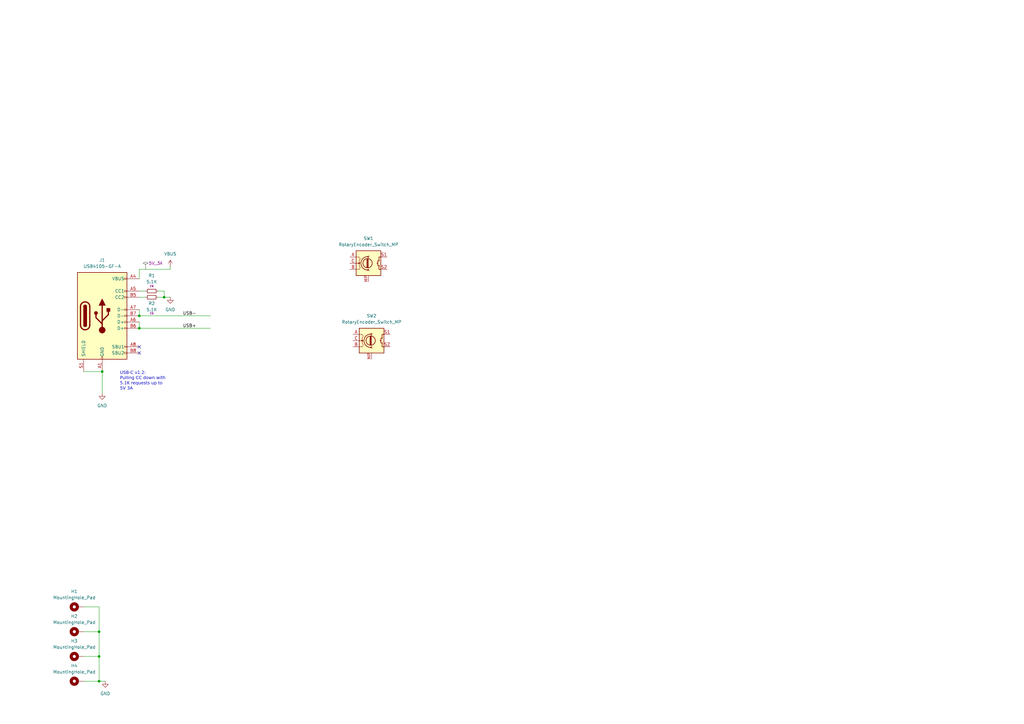
<source format=kicad_sch>
(kicad_sch
	(version 20231120)
	(generator "eeschema")
	(generator_version "8.0")
	(uuid "e7c24600-e1d4-4e1e-8b2a-6e1d00e73a4d")
	(paper "A3")
	(title_block
		(title "TitleSheet")
		(date "2024-11-09")
		(rev "v1.0")
		(comment 1 "A. Collins")
		(comment 2 "A.N. Approver")
		(comment 3 "DRAFT")
		(comment 4 "EN")
	)
	(lib_symbols
		(symbol "AC-kicad-library:RotaryEncoder_Switch_PEC11R-4220F-S0024"
			(pin_names
				(offset 0.254) hide)
			(exclude_from_sim no)
			(in_bom yes)
			(on_board yes)
			(property "Reference" "SW"
				(at 0 8.89 0)
				(effects
					(font
						(size 1.27 1.27)
					)
				)
			)
			(property "Value" "RotaryEncoder_Switch_MP"
				(at 0 6.35 0)
				(effects
					(font
						(size 1.27 1.27)
					)
				)
			)
			(property "Footprint" "AC-kicad-library:RotaryEncoder_Bourns_PEC11R-4220F-S0024_Vertical_H20mm_CircularMountingHoles"
				(at -3.81 4.064 0)
				(effects
					(font
						(size 1.27 1.27)
					)
					(hide yes)
				)
			)
			(property "Datasheet" "https://www.lcsc.com/datasheet/lcsc_datasheet_2410010303_BOURNS-PEC11R-4220F-S0024_C143797.pdf"
				(at 0 -12.7 0)
				(effects
					(font
						(size 1.27 1.27)
					)
					(hide yes)
				)
			)
			(property "Description" "Rotary encoder, dual channel, incremental quadrate outputs, with switch and MP Pin"
				(at 0 -15.24 0)
				(effects
					(font
						(size 1.27 1.27)
					)
					(hide yes)
				)
			)
			(property "ki_keywords" "rotary switch encoder switch push button"
				(at 0 0 0)
				(effects
					(font
						(size 1.27 1.27)
					)
					(hide yes)
				)
			)
			(property "ki_fp_filters" "RotaryEncoder*Switch*"
				(at 0 0 0)
				(effects
					(font
						(size 1.27 1.27)
					)
					(hide yes)
				)
			)
			(symbol "RotaryEncoder_Switch_PEC11R-4220F-S0024_0_1"
				(rectangle
					(start -5.08 5.08)
					(end 5.08 -5.08)
					(stroke
						(width 0.254)
						(type default)
					)
					(fill
						(type background)
					)
				)
				(circle
					(center -3.81 0)
					(radius 0.254)
					(stroke
						(width 0)
						(type default)
					)
					(fill
						(type outline)
					)
				)
				(circle
					(center -0.381 0)
					(radius 1.905)
					(stroke
						(width 0.254)
						(type default)
					)
					(fill
						(type none)
					)
				)
				(arc
					(start -0.381 2.667)
					(mid -3.0988 -0.0635)
					(end -0.381 -2.794)
					(stroke
						(width 0.254)
						(type default)
					)
					(fill
						(type none)
					)
				)
				(polyline
					(pts
						(xy -0.635 -1.778) (xy -0.635 1.778)
					)
					(stroke
						(width 0.254)
						(type default)
					)
					(fill
						(type none)
					)
				)
				(polyline
					(pts
						(xy -0.381 -1.778) (xy -0.381 1.778)
					)
					(stroke
						(width 0.254)
						(type default)
					)
					(fill
						(type none)
					)
				)
				(polyline
					(pts
						(xy -0.127 1.778) (xy -0.127 -1.778)
					)
					(stroke
						(width 0.254)
						(type default)
					)
					(fill
						(type none)
					)
				)
				(polyline
					(pts
						(xy 3.81 0) (xy 3.429 0)
					)
					(stroke
						(width 0.254)
						(type default)
					)
					(fill
						(type none)
					)
				)
				(polyline
					(pts
						(xy 3.81 1.016) (xy 3.81 -1.016)
					)
					(stroke
						(width 0.254)
						(type default)
					)
					(fill
						(type none)
					)
				)
				(polyline
					(pts
						(xy -5.08 -2.54) (xy -3.81 -2.54) (xy -3.81 -2.032)
					)
					(stroke
						(width 0)
						(type default)
					)
					(fill
						(type none)
					)
				)
				(polyline
					(pts
						(xy -5.08 2.54) (xy -3.81 2.54) (xy -3.81 2.032)
					)
					(stroke
						(width 0)
						(type default)
					)
					(fill
						(type none)
					)
				)
				(polyline
					(pts
						(xy 0.254 -3.048) (xy -0.508 -2.794) (xy 0.127 -2.413)
					)
					(stroke
						(width 0.254)
						(type default)
					)
					(fill
						(type none)
					)
				)
				(polyline
					(pts
						(xy 0.254 2.921) (xy -0.508 2.667) (xy 0.127 2.286)
					)
					(stroke
						(width 0.254)
						(type default)
					)
					(fill
						(type none)
					)
				)
				(polyline
					(pts
						(xy 5.08 -2.54) (xy 4.318 -2.54) (xy 4.318 -1.016)
					)
					(stroke
						(width 0.254)
						(type default)
					)
					(fill
						(type none)
					)
				)
				(polyline
					(pts
						(xy 5.08 2.54) (xy 4.318 2.54) (xy 4.318 1.016)
					)
					(stroke
						(width 0.254)
						(type default)
					)
					(fill
						(type none)
					)
				)
				(polyline
					(pts
						(xy -5.08 0) (xy -3.81 0) (xy -3.81 -1.016) (xy -3.302 -2.032)
					)
					(stroke
						(width 0)
						(type default)
					)
					(fill
						(type none)
					)
				)
				(polyline
					(pts
						(xy -4.318 0) (xy -3.81 0) (xy -3.81 1.016) (xy -3.302 2.032)
					)
					(stroke
						(width 0)
						(type default)
					)
					(fill
						(type none)
					)
				)
				(circle
					(center 4.318 -1.016)
					(radius 0.127)
					(stroke
						(width 0.254)
						(type default)
					)
					(fill
						(type none)
					)
				)
				(circle
					(center 4.318 1.016)
					(radius 0.127)
					(stroke
						(width 0.254)
						(type default)
					)
					(fill
						(type none)
					)
				)
			)
			(symbol "RotaryEncoder_Switch_PEC11R-4220F-S0024_1_1"
				(pin passive line
					(at -7.62 2.54 0)
					(length 2.54)
					(name "A"
						(effects
							(font
								(size 1.27 1.27)
							)
						)
					)
					(number "A"
						(effects
							(font
								(size 1.27 1.27)
							)
						)
					)
				)
				(pin passive line
					(at -7.62 -2.54 0)
					(length 2.54)
					(name "B"
						(effects
							(font
								(size 1.27 1.27)
							)
						)
					)
					(number "B"
						(effects
							(font
								(size 1.27 1.27)
							)
						)
					)
				)
				(pin passive line
					(at -7.62 0 0)
					(length 2.54)
					(name "C"
						(effects
							(font
								(size 1.27 1.27)
							)
						)
					)
					(number "C"
						(effects
							(font
								(size 1.27 1.27)
							)
						)
					)
				)
				(pin passive line
					(at 0 -7.62 90)
					(length 2.54)
					(name "MP"
						(effects
							(font
								(size 1.27 1.27)
							)
						)
					)
					(number "MP"
						(effects
							(font
								(size 1.27 1.27)
							)
						)
					)
				)
				(pin passive line
					(at 7.62 2.54 180)
					(length 2.54)
					(name "S1"
						(effects
							(font
								(size 1.27 1.27)
							)
						)
					)
					(number "S1"
						(effects
							(font
								(size 1.27 1.27)
							)
						)
					)
				)
				(pin passive line
					(at 7.62 -2.54 180)
					(length 2.54)
					(name "S2"
						(effects
							(font
								(size 1.27 1.27)
							)
						)
					)
					(number "S2"
						(effects
							(font
								(size 1.27 1.27)
							)
						)
					)
				)
			)
		)
		(symbol "Connector:USB_C_Receptacle_USB2.0_16P"
			(pin_names
				(offset 1.016)
			)
			(exclude_from_sim no)
			(in_bom yes)
			(on_board yes)
			(property "Reference" "J"
				(at 0 22.225 0)
				(effects
					(font
						(size 1.27 1.27)
					)
				)
			)
			(property "Value" "USB_C_Receptacle_USB2.0_16P"
				(at 0 19.685 0)
				(effects
					(font
						(size 1.27 1.27)
					)
				)
			)
			(property "Footprint" ""
				(at 3.81 0 0)
				(effects
					(font
						(size 1.27 1.27)
					)
					(hide yes)
				)
			)
			(property "Datasheet" "https://www.usb.org/sites/default/files/documents/usb_type-c.zip"
				(at 3.81 0 0)
				(effects
					(font
						(size 1.27 1.27)
					)
					(hide yes)
				)
			)
			(property "Description" "USB 2.0-only 16P Type-C Receptacle connector"
				(at 0 0 0)
				(effects
					(font
						(size 1.27 1.27)
					)
					(hide yes)
				)
			)
			(property "ki_keywords" "usb universal serial bus type-C USB2.0"
				(at 0 0 0)
				(effects
					(font
						(size 1.27 1.27)
					)
					(hide yes)
				)
			)
			(property "ki_fp_filters" "USB*C*Receptacle*"
				(at 0 0 0)
				(effects
					(font
						(size 1.27 1.27)
					)
					(hide yes)
				)
			)
			(symbol "USB_C_Receptacle_USB2.0_16P_0_0"
				(rectangle
					(start -0.254 -17.78)
					(end 0.254 -16.764)
					(stroke
						(width 0)
						(type default)
					)
					(fill
						(type none)
					)
				)
				(rectangle
					(start 10.16 -14.986)
					(end 9.144 -15.494)
					(stroke
						(width 0)
						(type default)
					)
					(fill
						(type none)
					)
				)
				(rectangle
					(start 10.16 -12.446)
					(end 9.144 -12.954)
					(stroke
						(width 0)
						(type default)
					)
					(fill
						(type none)
					)
				)
				(rectangle
					(start 10.16 -4.826)
					(end 9.144 -5.334)
					(stroke
						(width 0)
						(type default)
					)
					(fill
						(type none)
					)
				)
				(rectangle
					(start 10.16 -2.286)
					(end 9.144 -2.794)
					(stroke
						(width 0)
						(type default)
					)
					(fill
						(type none)
					)
				)
				(rectangle
					(start 10.16 0.254)
					(end 9.144 -0.254)
					(stroke
						(width 0)
						(type default)
					)
					(fill
						(type none)
					)
				)
				(rectangle
					(start 10.16 2.794)
					(end 9.144 2.286)
					(stroke
						(width 0)
						(type default)
					)
					(fill
						(type none)
					)
				)
				(rectangle
					(start 10.16 7.874)
					(end 9.144 7.366)
					(stroke
						(width 0)
						(type default)
					)
					(fill
						(type none)
					)
				)
				(rectangle
					(start 10.16 10.414)
					(end 9.144 9.906)
					(stroke
						(width 0)
						(type default)
					)
					(fill
						(type none)
					)
				)
				(rectangle
					(start 10.16 15.494)
					(end 9.144 14.986)
					(stroke
						(width 0)
						(type default)
					)
					(fill
						(type none)
					)
				)
			)
			(symbol "USB_C_Receptacle_USB2.0_16P_0_1"
				(rectangle
					(start -10.16 17.78)
					(end 10.16 -17.78)
					(stroke
						(width 0.254)
						(type default)
					)
					(fill
						(type background)
					)
				)
				(arc
					(start -8.89 -3.81)
					(mid -6.985 -5.7067)
					(end -5.08 -3.81)
					(stroke
						(width 0.508)
						(type default)
					)
					(fill
						(type none)
					)
				)
				(arc
					(start -7.62 -3.81)
					(mid -6.985 -4.4423)
					(end -6.35 -3.81)
					(stroke
						(width 0.254)
						(type default)
					)
					(fill
						(type none)
					)
				)
				(arc
					(start -7.62 -3.81)
					(mid -6.985 -4.4423)
					(end -6.35 -3.81)
					(stroke
						(width 0.254)
						(type default)
					)
					(fill
						(type outline)
					)
				)
				(rectangle
					(start -7.62 -3.81)
					(end -6.35 3.81)
					(stroke
						(width 0.254)
						(type default)
					)
					(fill
						(type outline)
					)
				)
				(arc
					(start -6.35 3.81)
					(mid -6.985 4.4423)
					(end -7.62 3.81)
					(stroke
						(width 0.254)
						(type default)
					)
					(fill
						(type none)
					)
				)
				(arc
					(start -6.35 3.81)
					(mid -6.985 4.4423)
					(end -7.62 3.81)
					(stroke
						(width 0.254)
						(type default)
					)
					(fill
						(type outline)
					)
				)
				(arc
					(start -5.08 3.81)
					(mid -6.985 5.7067)
					(end -8.89 3.81)
					(stroke
						(width 0.508)
						(type default)
					)
					(fill
						(type none)
					)
				)
				(circle
					(center -2.54 1.143)
					(radius 0.635)
					(stroke
						(width 0.254)
						(type default)
					)
					(fill
						(type outline)
					)
				)
				(circle
					(center 0 -5.842)
					(radius 1.27)
					(stroke
						(width 0)
						(type default)
					)
					(fill
						(type outline)
					)
				)
				(polyline
					(pts
						(xy -8.89 -3.81) (xy -8.89 3.81)
					)
					(stroke
						(width 0.508)
						(type default)
					)
					(fill
						(type none)
					)
				)
				(polyline
					(pts
						(xy -5.08 3.81) (xy -5.08 -3.81)
					)
					(stroke
						(width 0.508)
						(type default)
					)
					(fill
						(type none)
					)
				)
				(polyline
					(pts
						(xy 0 -5.842) (xy 0 4.318)
					)
					(stroke
						(width 0.508)
						(type default)
					)
					(fill
						(type none)
					)
				)
				(polyline
					(pts
						(xy 0 -3.302) (xy -2.54 -0.762) (xy -2.54 0.508)
					)
					(stroke
						(width 0.508)
						(type default)
					)
					(fill
						(type none)
					)
				)
				(polyline
					(pts
						(xy 0 -2.032) (xy 2.54 0.508) (xy 2.54 1.778)
					)
					(stroke
						(width 0.508)
						(type default)
					)
					(fill
						(type none)
					)
				)
				(polyline
					(pts
						(xy -1.27 4.318) (xy 0 6.858) (xy 1.27 4.318) (xy -1.27 4.318)
					)
					(stroke
						(width 0.254)
						(type default)
					)
					(fill
						(type outline)
					)
				)
				(rectangle
					(start 1.905 1.778)
					(end 3.175 3.048)
					(stroke
						(width 0.254)
						(type default)
					)
					(fill
						(type outline)
					)
				)
			)
			(symbol "USB_C_Receptacle_USB2.0_16P_1_1"
				(pin passive line
					(at 0 -22.86 90)
					(length 5.08)
					(name "GND"
						(effects
							(font
								(size 1.27 1.27)
							)
						)
					)
					(number "A1"
						(effects
							(font
								(size 1.27 1.27)
							)
						)
					)
				)
				(pin passive line
					(at 0 -22.86 90)
					(length 5.08) hide
					(name "GND"
						(effects
							(font
								(size 1.27 1.27)
							)
						)
					)
					(number "A12"
						(effects
							(font
								(size 1.27 1.27)
							)
						)
					)
				)
				(pin passive line
					(at 15.24 15.24 180)
					(length 5.08)
					(name "VBUS"
						(effects
							(font
								(size 1.27 1.27)
							)
						)
					)
					(number "A4"
						(effects
							(font
								(size 1.27 1.27)
							)
						)
					)
				)
				(pin bidirectional line
					(at 15.24 10.16 180)
					(length 5.08)
					(name "CC1"
						(effects
							(font
								(size 1.27 1.27)
							)
						)
					)
					(number "A5"
						(effects
							(font
								(size 1.27 1.27)
							)
						)
					)
				)
				(pin bidirectional line
					(at 15.24 -2.54 180)
					(length 5.08)
					(name "D+"
						(effects
							(font
								(size 1.27 1.27)
							)
						)
					)
					(number "A6"
						(effects
							(font
								(size 1.27 1.27)
							)
						)
					)
				)
				(pin bidirectional line
					(at 15.24 2.54 180)
					(length 5.08)
					(name "D-"
						(effects
							(font
								(size 1.27 1.27)
							)
						)
					)
					(number "A7"
						(effects
							(font
								(size 1.27 1.27)
							)
						)
					)
				)
				(pin bidirectional line
					(at 15.24 -12.7 180)
					(length 5.08)
					(name "SBU1"
						(effects
							(font
								(size 1.27 1.27)
							)
						)
					)
					(number "A8"
						(effects
							(font
								(size 1.27 1.27)
							)
						)
					)
				)
				(pin passive line
					(at 15.24 15.24 180)
					(length 5.08) hide
					(name "VBUS"
						(effects
							(font
								(size 1.27 1.27)
							)
						)
					)
					(number "A9"
						(effects
							(font
								(size 1.27 1.27)
							)
						)
					)
				)
				(pin passive line
					(at 0 -22.86 90)
					(length 5.08) hide
					(name "GND"
						(effects
							(font
								(size 1.27 1.27)
							)
						)
					)
					(number "B1"
						(effects
							(font
								(size 1.27 1.27)
							)
						)
					)
				)
				(pin passive line
					(at 0 -22.86 90)
					(length 5.08) hide
					(name "GND"
						(effects
							(font
								(size 1.27 1.27)
							)
						)
					)
					(number "B12"
						(effects
							(font
								(size 1.27 1.27)
							)
						)
					)
				)
				(pin passive line
					(at 15.24 15.24 180)
					(length 5.08) hide
					(name "VBUS"
						(effects
							(font
								(size 1.27 1.27)
							)
						)
					)
					(number "B4"
						(effects
							(font
								(size 1.27 1.27)
							)
						)
					)
				)
				(pin bidirectional line
					(at 15.24 7.62 180)
					(length 5.08)
					(name "CC2"
						(effects
							(font
								(size 1.27 1.27)
							)
						)
					)
					(number "B5"
						(effects
							(font
								(size 1.27 1.27)
							)
						)
					)
				)
				(pin bidirectional line
					(at 15.24 -5.08 180)
					(length 5.08)
					(name "D+"
						(effects
							(font
								(size 1.27 1.27)
							)
						)
					)
					(number "B6"
						(effects
							(font
								(size 1.27 1.27)
							)
						)
					)
				)
				(pin bidirectional line
					(at 15.24 0 180)
					(length 5.08)
					(name "D-"
						(effects
							(font
								(size 1.27 1.27)
							)
						)
					)
					(number "B7"
						(effects
							(font
								(size 1.27 1.27)
							)
						)
					)
				)
				(pin bidirectional line
					(at 15.24 -15.24 180)
					(length 5.08)
					(name "SBU2"
						(effects
							(font
								(size 1.27 1.27)
							)
						)
					)
					(number "B8"
						(effects
							(font
								(size 1.27 1.27)
							)
						)
					)
				)
				(pin passive line
					(at 15.24 15.24 180)
					(length 5.08) hide
					(name "VBUS"
						(effects
							(font
								(size 1.27 1.27)
							)
						)
					)
					(number "B9"
						(effects
							(font
								(size 1.27 1.27)
							)
						)
					)
				)
				(pin passive line
					(at -7.62 -22.86 90)
					(length 5.08)
					(name "SHIELD"
						(effects
							(font
								(size 1.27 1.27)
							)
						)
					)
					(number "S1"
						(effects
							(font
								(size 1.27 1.27)
							)
						)
					)
				)
			)
		)
		(symbol "Device:R_Small"
			(pin_numbers hide)
			(pin_names
				(offset 0.254) hide)
			(exclude_from_sim no)
			(in_bom yes)
			(on_board yes)
			(property "Reference" "R"
				(at 0.762 0.508 0)
				(effects
					(font
						(size 1.27 1.27)
					)
					(justify left)
				)
			)
			(property "Value" "R_Small"
				(at 0.762 -1.016 0)
				(effects
					(font
						(size 1.27 1.27)
					)
					(justify left)
				)
			)
			(property "Footprint" ""
				(at 0 0 0)
				(effects
					(font
						(size 1.27 1.27)
					)
					(hide yes)
				)
			)
			(property "Datasheet" "~"
				(at 0 0 0)
				(effects
					(font
						(size 1.27 1.27)
					)
					(hide yes)
				)
			)
			(property "Description" "Resistor, small symbol"
				(at 0 0 0)
				(effects
					(font
						(size 1.27 1.27)
					)
					(hide yes)
				)
			)
			(property "ki_keywords" "R resistor"
				(at 0 0 0)
				(effects
					(font
						(size 1.27 1.27)
					)
					(hide yes)
				)
			)
			(property "ki_fp_filters" "R_*"
				(at 0 0 0)
				(effects
					(font
						(size 1.27 1.27)
					)
					(hide yes)
				)
			)
			(symbol "R_Small_0_1"
				(rectangle
					(start -0.762 1.778)
					(end 0.762 -1.778)
					(stroke
						(width 0.2032)
						(type default)
					)
					(fill
						(type none)
					)
				)
			)
			(symbol "R_Small_1_1"
				(pin passive line
					(at 0 2.54 270)
					(length 0.762)
					(name "~"
						(effects
							(font
								(size 1.27 1.27)
							)
						)
					)
					(number "1"
						(effects
							(font
								(size 1.27 1.27)
							)
						)
					)
				)
				(pin passive line
					(at 0 -2.54 90)
					(length 0.762)
					(name "~"
						(effects
							(font
								(size 1.27 1.27)
							)
						)
					)
					(number "2"
						(effects
							(font
								(size 1.27 1.27)
							)
						)
					)
				)
			)
		)
		(symbol "Mechanical:MountingHole_Pad"
			(pin_numbers hide)
			(pin_names
				(offset 1.016) hide)
			(exclude_from_sim yes)
			(in_bom no)
			(on_board yes)
			(property "Reference" "H"
				(at 0 6.35 0)
				(effects
					(font
						(size 1.27 1.27)
					)
				)
			)
			(property "Value" "MountingHole_Pad"
				(at 0 4.445 0)
				(effects
					(font
						(size 1.27 1.27)
					)
				)
			)
			(property "Footprint" ""
				(at 0 0 0)
				(effects
					(font
						(size 1.27 1.27)
					)
					(hide yes)
				)
			)
			(property "Datasheet" "~"
				(at 0 0 0)
				(effects
					(font
						(size 1.27 1.27)
					)
					(hide yes)
				)
			)
			(property "Description" "Mounting Hole with connection"
				(at 0 0 0)
				(effects
					(font
						(size 1.27 1.27)
					)
					(hide yes)
				)
			)
			(property "ki_keywords" "mounting hole"
				(at 0 0 0)
				(effects
					(font
						(size 1.27 1.27)
					)
					(hide yes)
				)
			)
			(property "ki_fp_filters" "MountingHole*Pad*"
				(at 0 0 0)
				(effects
					(font
						(size 1.27 1.27)
					)
					(hide yes)
				)
			)
			(symbol "MountingHole_Pad_0_1"
				(circle
					(center 0 1.27)
					(radius 1.27)
					(stroke
						(width 1.27)
						(type default)
					)
					(fill
						(type none)
					)
				)
			)
			(symbol "MountingHole_Pad_1_1"
				(pin input line
					(at 0 -2.54 90)
					(length 2.54)
					(name "1"
						(effects
							(font
								(size 1.27 1.27)
							)
						)
					)
					(number "1"
						(effects
							(font
								(size 1.27 1.27)
							)
						)
					)
				)
			)
		)
		(symbol "power:GND"
			(power)
			(pin_numbers hide)
			(pin_names
				(offset 0) hide)
			(exclude_from_sim no)
			(in_bom yes)
			(on_board yes)
			(property "Reference" "#PWR"
				(at 0 -6.35 0)
				(effects
					(font
						(size 1.27 1.27)
					)
					(hide yes)
				)
			)
			(property "Value" "GND"
				(at 0 -3.81 0)
				(effects
					(font
						(size 1.27 1.27)
					)
				)
			)
			(property "Footprint" ""
				(at 0 0 0)
				(effects
					(font
						(size 1.27 1.27)
					)
					(hide yes)
				)
			)
			(property "Datasheet" ""
				(at 0 0 0)
				(effects
					(font
						(size 1.27 1.27)
					)
					(hide yes)
				)
			)
			(property "Description" "Power symbol creates a global label with name \"GND\" , ground"
				(at 0 0 0)
				(effects
					(font
						(size 1.27 1.27)
					)
					(hide yes)
				)
			)
			(property "ki_keywords" "global power"
				(at 0 0 0)
				(effects
					(font
						(size 1.27 1.27)
					)
					(hide yes)
				)
			)
			(symbol "GND_0_1"
				(polyline
					(pts
						(xy 0 0) (xy 0 -1.27) (xy 1.27 -1.27) (xy 0 -2.54) (xy -1.27 -1.27) (xy 0 -1.27)
					)
					(stroke
						(width 0)
						(type default)
					)
					(fill
						(type none)
					)
				)
			)
			(symbol "GND_1_1"
				(pin power_in line
					(at 0 0 270)
					(length 0)
					(name "~"
						(effects
							(font
								(size 1.27 1.27)
							)
						)
					)
					(number "1"
						(effects
							(font
								(size 1.27 1.27)
							)
						)
					)
				)
			)
		)
		(symbol "power:VBUS"
			(power)
			(pin_numbers hide)
			(pin_names
				(offset 0) hide)
			(exclude_from_sim no)
			(in_bom yes)
			(on_board yes)
			(property "Reference" "#PWR"
				(at 0 -3.81 0)
				(effects
					(font
						(size 1.27 1.27)
					)
					(hide yes)
				)
			)
			(property "Value" "VBUS"
				(at 0 3.556 0)
				(effects
					(font
						(size 1.27 1.27)
					)
				)
			)
			(property "Footprint" ""
				(at 0 0 0)
				(effects
					(font
						(size 1.27 1.27)
					)
					(hide yes)
				)
			)
			(property "Datasheet" ""
				(at 0 0 0)
				(effects
					(font
						(size 1.27 1.27)
					)
					(hide yes)
				)
			)
			(property "Description" "Power symbol creates a global label with name \"VBUS\""
				(at 0 0 0)
				(effects
					(font
						(size 1.27 1.27)
					)
					(hide yes)
				)
			)
			(property "ki_keywords" "global power"
				(at 0 0 0)
				(effects
					(font
						(size 1.27 1.27)
					)
					(hide yes)
				)
			)
			(symbol "VBUS_0_1"
				(polyline
					(pts
						(xy -0.762 1.27) (xy 0 2.54)
					)
					(stroke
						(width 0)
						(type default)
					)
					(fill
						(type none)
					)
				)
				(polyline
					(pts
						(xy 0 0) (xy 0 2.54)
					)
					(stroke
						(width 0)
						(type default)
					)
					(fill
						(type none)
					)
				)
				(polyline
					(pts
						(xy 0 2.54) (xy 0.762 1.27)
					)
					(stroke
						(width 0)
						(type default)
					)
					(fill
						(type none)
					)
				)
			)
			(symbol "VBUS_1_1"
				(pin power_in line
					(at 0 0 90)
					(length 0)
					(name "~"
						(effects
							(font
								(size 1.27 1.27)
							)
						)
					)
					(number "1"
						(effects
							(font
								(size 1.27 1.27)
							)
						)
					)
				)
			)
		)
	)
	(junction
		(at 67.31 121.92)
		(diameter 0)
		(color 0 0 0 0)
		(uuid "0b3b869a-a178-48cc-8230-8ca1d7777a58")
	)
	(junction
		(at 40.64 279.4)
		(diameter 0)
		(color 0 0 0 0)
		(uuid "377f9a32-52a9-4d95-974e-7f728e22f4ee")
	)
	(junction
		(at 40.64 259.08)
		(diameter 0)
		(color 0 0 0 0)
		(uuid "691694ed-e6bd-4620-974b-bf66cb12fcd6")
	)
	(junction
		(at 41.91 152.4)
		(diameter 0)
		(color 0 0 0 0)
		(uuid "8749854b-16fc-449f-bb45-bdb02574a1a0")
	)
	(junction
		(at 57.15 134.62)
		(diameter 0)
		(color 0 0 0 0)
		(uuid "bf299cf5-dc70-42be-859c-0d8da0907ccd")
	)
	(junction
		(at 57.15 129.54)
		(diameter 0)
		(color 0 0 0 0)
		(uuid "e6b4acb9-51e4-4aa6-b340-551b7c9e4a32")
	)
	(junction
		(at 40.64 269.24)
		(diameter 0)
		(color 0 0 0 0)
		(uuid "ee8ad84b-82b1-4e31-9340-080e340e24e8")
	)
	(no_connect
		(at 57.15 144.78)
		(uuid "163ff6c1-e1b4-463f-9a27-b3c41fd72f83")
	)
	(no_connect
		(at 57.15 142.24)
		(uuid "cbb41fb8-fe90-4b74-992e-a7f61745ca27")
	)
	(wire
		(pts
			(xy 40.64 269.24) (xy 34.29 269.24)
		)
		(stroke
			(width 0)
			(type default)
		)
		(uuid "07eb10b3-909a-43a8-a973-37abb2036f6e")
	)
	(wire
		(pts
			(xy 57.15 132.08) (xy 57.15 134.62)
		)
		(stroke
			(width 0)
			(type default)
		)
		(uuid "145e6c20-2f9a-4cae-a82e-aa430d5f063e")
	)
	(wire
		(pts
			(xy 34.29 279.4) (xy 40.64 279.4)
		)
		(stroke
			(width 0)
			(type default)
		)
		(uuid "3666ca4e-900b-4278-90c5-3f2ddcf0b6f6")
	)
	(wire
		(pts
			(xy 40.64 259.08) (xy 34.29 259.08)
		)
		(stroke
			(width 0)
			(type default)
		)
		(uuid "3d1d86b1-382d-4084-bd89-6aba0bf6c233")
	)
	(wire
		(pts
			(xy 40.64 248.92) (xy 34.29 248.92)
		)
		(stroke
			(width 0)
			(type default)
		)
		(uuid "43396cab-f3e3-4e54-8124-e99024961156")
	)
	(wire
		(pts
			(xy 64.77 121.92) (xy 67.31 121.92)
		)
		(stroke
			(width 0)
			(type default)
		)
		(uuid "4eeeb117-3009-49ca-a163-31379292e7e2")
	)
	(wire
		(pts
			(xy 41.91 152.4) (xy 41.91 161.29)
		)
		(stroke
			(width 0)
			(type default)
		)
		(uuid "57550f73-e5d4-4716-871a-ba84cf352e0c")
	)
	(wire
		(pts
			(xy 40.64 269.24) (xy 40.64 279.4)
		)
		(stroke
			(width 0)
			(type default)
		)
		(uuid "599256e2-0621-46c2-9bc5-723ef72ed41f")
	)
	(wire
		(pts
			(xy 57.15 134.62) (xy 86.36 134.62)
		)
		(stroke
			(width 0)
			(type default)
		)
		(uuid "6fbbdeb7-88d3-4be7-ab53-0372cb09ff43")
	)
	(wire
		(pts
			(xy 57.15 110.49) (xy 57.15 114.3)
		)
		(stroke
			(width 0)
			(type default)
		)
		(uuid "7888059e-487f-4f9f-bac4-d34a86782594")
	)
	(wire
		(pts
			(xy 34.29 152.4) (xy 41.91 152.4)
		)
		(stroke
			(width 0)
			(type default)
		)
		(uuid "78e13b4d-0d4c-4e76-bdba-4577d0097cb6")
	)
	(wire
		(pts
			(xy 64.77 119.38) (xy 67.31 119.38)
		)
		(stroke
			(width 0)
			(type default)
		)
		(uuid "9bafcfb2-aa98-439d-a108-3c358b82504d")
	)
	(wire
		(pts
			(xy 67.31 119.38) (xy 67.31 121.92)
		)
		(stroke
			(width 0)
			(type default)
		)
		(uuid "a0fa7c2f-e72c-4f20-bbf6-875ceb1fee87")
	)
	(wire
		(pts
			(xy 69.85 110.49) (xy 69.85 109.22)
		)
		(stroke
			(width 0)
			(type default)
		)
		(uuid "a3a281a4-1975-4920-a97f-f536b0c9e8c9")
	)
	(wire
		(pts
			(xy 57.15 110.49) (xy 69.85 110.49)
		)
		(stroke
			(width 0)
			(type default)
		)
		(uuid "c13058a2-5a7d-418b-93df-fc90349dfb03")
	)
	(wire
		(pts
			(xy 40.64 259.08) (xy 40.64 269.24)
		)
		(stroke
			(width 0)
			(type default)
		)
		(uuid "d1d33e56-db2d-4b1c-8974-727754f1247a")
	)
	(wire
		(pts
			(xy 40.64 279.4) (xy 43.18 279.4)
		)
		(stroke
			(width 0)
			(type default)
		)
		(uuid "d5bd2279-2649-40cf-9368-5b4d44fbe10f")
	)
	(wire
		(pts
			(xy 67.31 121.92) (xy 69.85 121.92)
		)
		(stroke
			(width 0)
			(type default)
		)
		(uuid "e6f9d0e6-e173-48f8-becf-c37c460c417d")
	)
	(wire
		(pts
			(xy 57.15 129.54) (xy 86.36 129.54)
		)
		(stroke
			(width 0)
			(type default)
		)
		(uuid "e7062b45-7d4e-45fe-b9f3-ef9e2ff11081")
	)
	(wire
		(pts
			(xy 57.15 119.38) (xy 59.69 119.38)
		)
		(stroke
			(width 0)
			(type default)
		)
		(uuid "ec54551c-9c8a-47c4-8443-d00ba0c73a31")
	)
	(wire
		(pts
			(xy 40.64 248.92) (xy 40.64 259.08)
		)
		(stroke
			(width 0)
			(type default)
		)
		(uuid "f40df5e1-ea66-46b7-a389-799137434478")
	)
	(wire
		(pts
			(xy 57.15 127) (xy 57.15 129.54)
		)
		(stroke
			(width 0)
			(type default)
		)
		(uuid "f5027b71-9be7-47f7-9b36-7a1870195454")
	)
	(wire
		(pts
			(xy 57.15 121.92) (xy 59.69 121.92)
		)
		(stroke
			(width 0)
			(type default)
		)
		(uuid "fb8b0af6-32ff-4972-8e8d-5526f8907426")
	)
	(text_box "USB-C v1.2:\nPulling CC down with 5.1K requests up to 5V 3A"
		(exclude_from_sim no)
		(at 48.26 151.13 0)
		(size 21.59 11.43)
		(stroke
			(width -0.0001)
			(type default)
		)
		(fill
			(type none)
		)
		(effects
			(font
				(face "Calibri")
				(size 1.27 1.27)
			)
			(justify left top)
		)
		(uuid "5f4da641-c4de-48d8-b166-447853399fdf")
	)
	(label "USB-"
		(at 74.93 129.54 0)
		(fields_autoplaced yes)
		(effects
			(font
				(size 1.27 1.27)
			)
			(justify left bottom)
		)
		(uuid "7f27467b-1951-49a9-a6e3-42a88e2141d1")
	)
	(label "USB+"
		(at 74.93 134.62 0)
		(fields_autoplaced yes)
		(effects
			(font
				(size 1.27 1.27)
			)
			(justify left bottom)
		)
		(uuid "88b967c0-2e53-4bd5-a75a-d3e15ba00e26")
	)
	(netclass_flag ""
		(length 2.54)
		(shape diamond)
		(at 59.69 110.49 0)
		(fields_autoplaced yes)
		(effects
			(font
				(size 1.27 1.27)
			)
			(justify left bottom)
		)
		(uuid "93df78a5-db73-4549-a4c7-d858fa0004d4")
		(property "Netclass" "5V_3A"
			(at 60.8965 107.95 0)
			(effects
				(font
					(size 1.27 1.27)
					(italic yes)
				)
				(justify left)
			)
		)
	)
	(symbol
		(lib_id "Mechanical:MountingHole_Pad")
		(at 31.75 248.92 90)
		(unit 1)
		(exclude_from_sim yes)
		(in_bom no)
		(on_board yes)
		(dnp no)
		(fields_autoplaced yes)
		(uuid "1036872c-1539-4319-b1d1-33c9a541e8b7")
		(property "Reference" "H1"
			(at 30.48 242.57 90)
			(effects
				(font
					(size 1.27 1.27)
				)
			)
		)
		(property "Value" "MountingHole_Pad"
			(at 30.48 245.11 90)
			(effects
				(font
					(size 1.27 1.27)
				)
			)
		)
		(property "Footprint" "MountingHole:MountingHole_3.2mm_M3_Pad_Via"
			(at 31.75 248.92 0)
			(effects
				(font
					(size 1.27 1.27)
				)
				(hide yes)
			)
		)
		(property "Datasheet" "~"
			(at 31.75 248.92 0)
			(effects
				(font
					(size 1.27 1.27)
				)
				(hide yes)
			)
		)
		(property "Description" "Mounting Hole with connection"
			(at 31.75 248.92 0)
			(effects
				(font
					(size 1.27 1.27)
				)
				(hide yes)
			)
		)
		(property "DC Voltage Rating" ""
			(at 31.75 248.92 0)
			(effects
				(font
					(size 1.27 1.27)
				)
				(hide yes)
			)
		)
		(property "MPN" ""
			(at 31.75 248.92 0)
			(effects
				(font
					(size 1.27 1.27)
				)
				(hide yes)
			)
		)
		(property "Notes" ""
			(at 31.75 248.92 0)
			(effects
				(font
					(size 1.27 1.27)
				)
				(hide yes)
			)
		)
		(property "Tolerance" ""
			(at 31.75 248.92 0)
			(effects
				(font
					(size 1.27 1.27)
				)
				(hide yes)
			)
		)
		(pin "1"
			(uuid "70ca0b22-3384-4804-ad01-e0b6253933fc")
		)
		(instances
			(project ""
				(path "/e7c24600-e1d4-4e1e-8b2a-6e1d00e73a4d"
					(reference "H1")
					(unit 1)
				)
			)
		)
	)
	(symbol
		(lib_id "AC-kicad-library:RotaryEncoder_Switch_PEC11R-4220F-S0024")
		(at 152.4 139.7 0)
		(unit 1)
		(exclude_from_sim no)
		(in_bom yes)
		(on_board yes)
		(dnp no)
		(fields_autoplaced yes)
		(uuid "250dd8ef-0810-4a2c-bc97-cffb3a26352b")
		(property "Reference" "SW2"
			(at 152.4 129.54 0)
			(effects
				(font
					(size 1.27 1.27)
				)
			)
		)
		(property "Value" "RotaryEncoder_Switch_MP"
			(at 152.4 132.08 0)
			(effects
				(font
					(size 1.27 1.27)
				)
			)
		)
		(property "Footprint" "AC-kicad-library:RotaryEncoder_Bourns_PEC11R-4220F-S0024_Vertical_H20mm_CircularMountingHoles"
			(at 148.59 135.636 0)
			(effects
				(font
					(size 1.27 1.27)
				)
				(hide yes)
			)
		)
		(property "Datasheet" "https://www.lcsc.com/datasheet/lcsc_datasheet_2410010303_BOURNS-PEC11R-4220F-S0024_C143797.pdf"
			(at 152.4 152.4 0)
			(effects
				(font
					(size 1.27 1.27)
				)
				(hide yes)
			)
		)
		(property "Description" "Rotary encoder, dual channel, incremental quadrate outputs, with switch and MP Pin"
			(at 152.4 154.94 0)
			(effects
				(font
					(size 1.27 1.27)
				)
				(hide yes)
			)
		)
		(pin "S1"
			(uuid "fa974e6e-5373-4a87-9174-220f235a41a5")
		)
		(pin "B"
			(uuid "fd572e82-e8c9-44d7-85be-74563ec72f58")
		)
		(pin "MP"
			(uuid "b92034a8-8319-4a04-a31f-850bb134b877")
		)
		(pin "A"
			(uuid "9ad7cca2-61a4-4b64-aa3a-77c982375044")
		)
		(pin "S2"
			(uuid "8f929560-3088-4948-b19a-946deae04c63")
		)
		(pin "C"
			(uuid "df567f7b-b155-4a4d-96ce-a783520f067a")
		)
		(instances
			(project "TimeFrame"
				(path "/e7c24600-e1d4-4e1e-8b2a-6e1d00e73a4d"
					(reference "SW2")
					(unit 1)
				)
			)
		)
	)
	(symbol
		(lib_id "Mechanical:MountingHole_Pad")
		(at 31.75 279.4 90)
		(unit 1)
		(exclude_from_sim yes)
		(in_bom no)
		(on_board yes)
		(dnp no)
		(fields_autoplaced yes)
		(uuid "3b0c1afb-913d-45a0-b70b-2646f5479fc9")
		(property "Reference" "H4"
			(at 30.48 273.05 90)
			(effects
				(font
					(size 1.27 1.27)
				)
			)
		)
		(property "Value" "MountingHole_Pad"
			(at 30.48 275.59 90)
			(effects
				(font
					(size 1.27 1.27)
				)
			)
		)
		(property "Footprint" "MountingHole:MountingHole_3.2mm_M3_Pad_Via"
			(at 31.75 279.4 0)
			(effects
				(font
					(size 1.27 1.27)
				)
				(hide yes)
			)
		)
		(property "Datasheet" "~"
			(at 31.75 279.4 0)
			(effects
				(font
					(size 1.27 1.27)
				)
				(hide yes)
			)
		)
		(property "Description" "Mounting Hole with connection"
			(at 31.75 279.4 0)
			(effects
				(font
					(size 1.27 1.27)
				)
				(hide yes)
			)
		)
		(property "DC Voltage Rating" ""
			(at 31.75 279.4 0)
			(effects
				(font
					(size 1.27 1.27)
				)
				(hide yes)
			)
		)
		(property "MPN" ""
			(at 31.75 279.4 0)
			(effects
				(font
					(size 1.27 1.27)
				)
				(hide yes)
			)
		)
		(property "Notes" ""
			(at 31.75 279.4 0)
			(effects
				(font
					(size 1.27 1.27)
				)
				(hide yes)
			)
		)
		(property "Tolerance" ""
			(at 31.75 279.4 0)
			(effects
				(font
					(size 1.27 1.27)
				)
				(hide yes)
			)
		)
		(pin "1"
			(uuid "6ce219a4-9bfe-4ddb-b23c-318822f3d269")
		)
		(instances
			(project "JLCPCB_2layer_0-8mm_template"
				(path "/e7c24600-e1d4-4e1e-8b2a-6e1d00e73a4d"
					(reference "H4")
					(unit 1)
				)
			)
		)
	)
	(symbol
		(lib_id "power:GND")
		(at 41.91 161.29 0)
		(unit 1)
		(exclude_from_sim no)
		(in_bom yes)
		(on_board yes)
		(dnp no)
		(fields_autoplaced yes)
		(uuid "5922eb0d-73ce-4050-9bbf-736a7330c0fd")
		(property "Reference" "#PWR04"
			(at 41.91 167.64 0)
			(effects
				(font
					(size 1.27 1.27)
				)
				(hide yes)
			)
		)
		(property "Value" "GND"
			(at 41.91 166.37 0)
			(effects
				(font
					(size 1.27 1.27)
				)
			)
		)
		(property "Footprint" ""
			(at 41.91 161.29 0)
			(effects
				(font
					(size 1.27 1.27)
				)
				(hide yes)
			)
		)
		(property "Datasheet" ""
			(at 41.91 161.29 0)
			(effects
				(font
					(size 1.27 1.27)
				)
				(hide yes)
			)
		)
		(property "Description" "Power symbol creates a global label with name \"GND\" , ground"
			(at 41.91 161.29 0)
			(effects
				(font
					(size 1.27 1.27)
				)
				(hide yes)
			)
		)
		(pin "1"
			(uuid "97441442-756f-426b-91e9-a15c23c81638")
		)
		(instances
			(project "JLCPCB_2layer_0-8mm_template"
				(path "/e7c24600-e1d4-4e1e-8b2a-6e1d00e73a4d"
					(reference "#PWR04")
					(unit 1)
				)
			)
		)
	)
	(symbol
		(lib_id "Device:R_Small")
		(at 62.23 119.38 90)
		(unit 1)
		(exclude_from_sim no)
		(in_bom yes)
		(on_board yes)
		(dnp no)
		(uuid "5be5b888-7cf0-4c28-ab80-50c5e45095fe")
		(property "Reference" "R1"
			(at 62.23 113.03 90)
			(effects
				(font
					(size 1.27 1.27)
				)
			)
		)
		(property "Value" "5.1K"
			(at 62.23 115.57 90)
			(effects
				(font
					(size 1.27 1.27)
				)
			)
		)
		(property "Footprint" "Resistor_SMD:R_0603_1608Metric_Pad0.98x0.95mm_HandSolder"
			(at 62.23 119.38 0)
			(effects
				(font
					(size 1.27 1.27)
				)
				(hide yes)
			)
		)
		(property "Datasheet" "~"
			(at 62.23 119.38 0)
			(effects
				(font
					(size 1.27 1.27)
				)
				(hide yes)
			)
		)
		(property "Description" "Resistor, small symbol"
			(at 62.23 119.38 0)
			(effects
				(font
					(size 1.27 1.27)
				)
				(hide yes)
			)
		)
		(property "Tolerance" "1%"
			(at 62.23 117.348 90)
			(effects
				(font
					(size 0.762 0.762)
				)
			)
		)
		(property "Power" ""
			(at 62.23 119.38 90)
			(effects
				(font
					(size 1.27 1.27)
				)
				(hide yes)
			)
		)
		(property "Package" "0603"
			(at 62.23 119.38 90)
			(effects
				(font
					(size 1.27 1.27)
				)
				(hide yes)
			)
		)
		(pin "1"
			(uuid "3559a99f-8d0c-40d2-8fd5-faaf818637bb")
		)
		(pin "2"
			(uuid "9c2e2fb5-da74-4bc7-804a-e37256a0010c")
		)
		(instances
			(project "JLCPCB_2layer_0-8mm_template"
				(path "/e7c24600-e1d4-4e1e-8b2a-6e1d00e73a4d"
					(reference "R1")
					(unit 1)
				)
			)
		)
	)
	(symbol
		(lib_id "Mechanical:MountingHole_Pad")
		(at 31.75 269.24 90)
		(unit 1)
		(exclude_from_sim yes)
		(in_bom no)
		(on_board yes)
		(dnp no)
		(fields_autoplaced yes)
		(uuid "6bc72fcd-ebd0-4ac9-b1eb-315844bbb035")
		(property "Reference" "H3"
			(at 30.48 262.89 90)
			(effects
				(font
					(size 1.27 1.27)
				)
			)
		)
		(property "Value" "MountingHole_Pad"
			(at 30.48 265.43 90)
			(effects
				(font
					(size 1.27 1.27)
				)
			)
		)
		(property "Footprint" "MountingHole:MountingHole_3.2mm_M3_Pad_Via"
			(at 31.75 269.24 0)
			(effects
				(font
					(size 1.27 1.27)
				)
				(hide yes)
			)
		)
		(property "Datasheet" "~"
			(at 31.75 269.24 0)
			(effects
				(font
					(size 1.27 1.27)
				)
				(hide yes)
			)
		)
		(property "Description" "Mounting Hole with connection"
			(at 31.75 269.24 0)
			(effects
				(font
					(size 1.27 1.27)
				)
				(hide yes)
			)
		)
		(property "DC Voltage Rating" ""
			(at 31.75 269.24 0)
			(effects
				(font
					(size 1.27 1.27)
				)
				(hide yes)
			)
		)
		(property "MPN" ""
			(at 31.75 269.24 0)
			(effects
				(font
					(size 1.27 1.27)
				)
				(hide yes)
			)
		)
		(property "Notes" ""
			(at 31.75 269.24 0)
			(effects
				(font
					(size 1.27 1.27)
				)
				(hide yes)
			)
		)
		(property "Tolerance" ""
			(at 31.75 269.24 0)
			(effects
				(font
					(size 1.27 1.27)
				)
				(hide yes)
			)
		)
		(pin "1"
			(uuid "888a5e8a-5be4-435e-9ab8-6597e92fdf65")
		)
		(instances
			(project "JLCPCB_2layer_0-8mm_template"
				(path "/e7c24600-e1d4-4e1e-8b2a-6e1d00e73a4d"
					(reference "H3")
					(unit 1)
				)
			)
		)
	)
	(symbol
		(lib_id "AC-kicad-library:RotaryEncoder_Switch_PEC11R-4220F-S0024")
		(at 151.13 107.95 0)
		(unit 1)
		(exclude_from_sim no)
		(in_bom yes)
		(on_board yes)
		(dnp no)
		(fields_autoplaced yes)
		(uuid "92e35071-f7e2-457d-aa74-aedb9b2cd6d1")
		(property "Reference" "SW1"
			(at 151.13 97.79 0)
			(effects
				(font
					(size 1.27 1.27)
				)
			)
		)
		(property "Value" "RotaryEncoder_Switch_MP"
			(at 151.13 100.33 0)
			(effects
				(font
					(size 1.27 1.27)
				)
			)
		)
		(property "Footprint" "AC-kicad-library:RotaryEncoder_Bourns_PEC11R-4220F-S0024_Vertical_H20mm_CircularMountingHoles"
			(at 147.32 103.886 0)
			(effects
				(font
					(size 1.27 1.27)
				)
				(hide yes)
			)
		)
		(property "Datasheet" "https://www.lcsc.com/datasheet/lcsc_datasheet_2410010303_BOURNS-PEC11R-4220F-S0024_C143797.pdf"
			(at 151.13 120.65 0)
			(effects
				(font
					(size 1.27 1.27)
				)
				(hide yes)
			)
		)
		(property "Description" "Rotary encoder, dual channel, incremental quadrate outputs, with switch and MP Pin"
			(at 151.13 123.19 0)
			(effects
				(font
					(size 1.27 1.27)
				)
				(hide yes)
			)
		)
		(pin "S1"
			(uuid "fab4138b-a93e-40fe-9d4c-7c4e6474a328")
		)
		(pin "B"
			(uuid "d2b27220-979a-4f17-95b8-20eb8996e26b")
		)
		(pin "MP"
			(uuid "33400214-d972-49d9-af54-47991eb92010")
		)
		(pin "A"
			(uuid "bcac712d-018e-43ad-8408-ad1717dbf0a3")
		)
		(pin "S2"
			(uuid "33995336-600c-4ad9-a790-9ffc1e7cf929")
		)
		(pin "C"
			(uuid "df7ddbd5-c71f-45fc-901e-0e957a2d1ed3")
		)
		(instances
			(project ""
				(path "/e7c24600-e1d4-4e1e-8b2a-6e1d00e73a4d"
					(reference "SW1")
					(unit 1)
				)
			)
		)
	)
	(symbol
		(lib_id "power:VBUS")
		(at 69.85 109.22 0)
		(unit 1)
		(exclude_from_sim no)
		(in_bom yes)
		(on_board yes)
		(dnp no)
		(fields_autoplaced yes)
		(uuid "a28bdad5-d7cd-4673-8ebe-262ce8998881")
		(property "Reference" "#PWR03"
			(at 69.85 113.03 0)
			(effects
				(font
					(size 1.27 1.27)
				)
				(hide yes)
			)
		)
		(property "Value" "VBUS"
			(at 69.85 104.14 0)
			(effects
				(font
					(size 1.27 1.27)
				)
			)
		)
		(property "Footprint" ""
			(at 69.85 109.22 0)
			(effects
				(font
					(size 1.27 1.27)
				)
				(hide yes)
			)
		)
		(property "Datasheet" ""
			(at 69.85 109.22 0)
			(effects
				(font
					(size 1.27 1.27)
				)
				(hide yes)
			)
		)
		(property "Description" "Power symbol creates a global label with name \"VBUS\""
			(at 69.85 109.22 0)
			(effects
				(font
					(size 1.27 1.27)
				)
				(hide yes)
			)
		)
		(pin "1"
			(uuid "c70e64b5-c326-4469-8f9e-de2401f69f57")
		)
		(instances
			(project ""
				(path "/e7c24600-e1d4-4e1e-8b2a-6e1d00e73a4d"
					(reference "#PWR03")
					(unit 1)
				)
			)
		)
	)
	(symbol
		(lib_id "Mechanical:MountingHole_Pad")
		(at 31.75 259.08 90)
		(unit 1)
		(exclude_from_sim yes)
		(in_bom no)
		(on_board yes)
		(dnp no)
		(fields_autoplaced yes)
		(uuid "a68b86a2-e1a0-4dd4-95e6-2126f0c2e03d")
		(property "Reference" "H2"
			(at 30.48 252.73 90)
			(effects
				(font
					(size 1.27 1.27)
				)
			)
		)
		(property "Value" "MountingHole_Pad"
			(at 30.48 255.27 90)
			(effects
				(font
					(size 1.27 1.27)
				)
			)
		)
		(property "Footprint" "MountingHole:MountingHole_3.2mm_M3_Pad_Via"
			(at 31.75 259.08 0)
			(effects
				(font
					(size 1.27 1.27)
				)
				(hide yes)
			)
		)
		(property "Datasheet" "~"
			(at 31.75 259.08 0)
			(effects
				(font
					(size 1.27 1.27)
				)
				(hide yes)
			)
		)
		(property "Description" "Mounting Hole with connection"
			(at 31.75 259.08 0)
			(effects
				(font
					(size 1.27 1.27)
				)
				(hide yes)
			)
		)
		(property "DC Voltage Rating" ""
			(at 31.75 259.08 0)
			(effects
				(font
					(size 1.27 1.27)
				)
				(hide yes)
			)
		)
		(property "MPN" ""
			(at 31.75 259.08 0)
			(effects
				(font
					(size 1.27 1.27)
				)
				(hide yes)
			)
		)
		(property "Notes" ""
			(at 31.75 259.08 0)
			(effects
				(font
					(size 1.27 1.27)
				)
				(hide yes)
			)
		)
		(property "Tolerance" ""
			(at 31.75 259.08 0)
			(effects
				(font
					(size 1.27 1.27)
				)
				(hide yes)
			)
		)
		(pin "1"
			(uuid "5ded852b-be59-4910-b387-d728ccfc18da")
		)
		(instances
			(project ""
				(path "/e7c24600-e1d4-4e1e-8b2a-6e1d00e73a4d"
					(reference "H2")
					(unit 1)
				)
			)
		)
	)
	(symbol
		(lib_id "power:GND")
		(at 43.18 279.4 0)
		(unit 1)
		(exclude_from_sim no)
		(in_bom yes)
		(on_board yes)
		(dnp no)
		(fields_autoplaced yes)
		(uuid "beb42250-c10b-4b27-9e6f-a88d1e6d383f")
		(property "Reference" "#PWR01"
			(at 43.18 285.75 0)
			(effects
				(font
					(size 1.27 1.27)
				)
				(hide yes)
			)
		)
		(property "Value" "GND"
			(at 43.18 284.48 0)
			(effects
				(font
					(size 1.27 1.27)
				)
			)
		)
		(property "Footprint" ""
			(at 43.18 279.4 0)
			(effects
				(font
					(size 1.27 1.27)
				)
				(hide yes)
			)
		)
		(property "Datasheet" ""
			(at 43.18 279.4 0)
			(effects
				(font
					(size 1.27 1.27)
				)
				(hide yes)
			)
		)
		(property "Description" "Power symbol creates a global label with name \"GND\" , ground"
			(at 43.18 279.4 0)
			(effects
				(font
					(size 1.27 1.27)
				)
				(hide yes)
			)
		)
		(pin "1"
			(uuid "831dd54a-109b-4af7-ac06-6529ccafcf5d")
		)
		(instances
			(project ""
				(path "/e7c24600-e1d4-4e1e-8b2a-6e1d00e73a4d"
					(reference "#PWR01")
					(unit 1)
				)
			)
		)
	)
	(symbol
		(lib_id "power:GND")
		(at 69.85 121.92 0)
		(unit 1)
		(exclude_from_sim no)
		(in_bom yes)
		(on_board yes)
		(dnp no)
		(fields_autoplaced yes)
		(uuid "e4bbdb38-f6c7-407b-93fc-ec3b12d96f9d")
		(property "Reference" "#PWR02"
			(at 69.85 128.27 0)
			(effects
				(font
					(size 1.27 1.27)
				)
				(hide yes)
			)
		)
		(property "Value" "GND"
			(at 69.85 127 0)
			(effects
				(font
					(size 1.27 1.27)
				)
			)
		)
		(property "Footprint" ""
			(at 69.85 121.92 0)
			(effects
				(font
					(size 1.27 1.27)
				)
				(hide yes)
			)
		)
		(property "Datasheet" ""
			(at 69.85 121.92 0)
			(effects
				(font
					(size 1.27 1.27)
				)
				(hide yes)
			)
		)
		(property "Description" "Power symbol creates a global label with name \"GND\" , ground"
			(at 69.85 121.92 0)
			(effects
				(font
					(size 1.27 1.27)
				)
				(hide yes)
			)
		)
		(pin "1"
			(uuid "7e363cef-32a5-4232-a910-723cd99ce115")
		)
		(instances
			(project ""
				(path "/e7c24600-e1d4-4e1e-8b2a-6e1d00e73a4d"
					(reference "#PWR02")
					(unit 1)
				)
			)
		)
	)
	(symbol
		(lib_id "Device:R_Small")
		(at 62.23 121.92 90)
		(unit 1)
		(exclude_from_sim no)
		(in_bom yes)
		(on_board yes)
		(dnp no)
		(uuid "ffbb853c-64de-4a03-8927-f300bf624d8c")
		(property "Reference" "R2"
			(at 62.23 124.46 90)
			(effects
				(font
					(size 1.27 1.27)
				)
			)
		)
		(property "Value" "5.1K"
			(at 62.23 127 90)
			(effects
				(font
					(size 1.27 1.27)
				)
			)
		)
		(property "Footprint" "Resistor_SMD:R_0603_1608Metric_Pad0.98x0.95mm_HandSolder"
			(at 62.23 121.92 0)
			(effects
				(font
					(size 1.27 1.27)
				)
				(hide yes)
			)
		)
		(property "Datasheet" "~"
			(at 62.23 121.92 0)
			(effects
				(font
					(size 1.27 1.27)
				)
				(hide yes)
			)
		)
		(property "Description" "Resistor, small symbol"
			(at 62.23 121.92 0)
			(effects
				(font
					(size 1.27 1.27)
				)
				(hide yes)
			)
		)
		(property "Tolerance" "1%"
			(at 62.23 128.524 90)
			(effects
				(font
					(size 0.762 0.762)
				)
			)
		)
		(property "Power" ""
			(at 62.23 121.92 90)
			(effects
				(font
					(size 1.27 1.27)
				)
				(hide yes)
			)
		)
		(property "Package" "0603"
			(at 62.23 121.92 90)
			(effects
				(font
					(size 1.27 1.27)
				)
				(hide yes)
			)
		)
		(pin "1"
			(uuid "69aac1c8-55cf-44cb-9336-c77c24812d1e")
		)
		(pin "2"
			(uuid "bf13caec-7774-4716-a898-2956ce63e00a")
		)
		(instances
			(project "JLCPCB_2layer_0-8mm_template"
				(path "/e7c24600-e1d4-4e1e-8b2a-6e1d00e73a4d"
					(reference "R2")
					(unit 1)
				)
			)
		)
	)
	(symbol
		(lib_id "Connector:USB_C_Receptacle_USB2.0_16P")
		(at 41.91 129.54 0)
		(unit 1)
		(exclude_from_sim no)
		(in_bom yes)
		(on_board yes)
		(dnp no)
		(fields_autoplaced yes)
		(uuid "ffc84991-605c-4509-8987-5d7bf0a5f15a")
		(property "Reference" "J1"
			(at 41.91 106.68 0)
			(effects
				(font
					(size 1.27 1.27)
				)
			)
		)
		(property "Value" "USB4105-GF-A"
			(at 41.91 109.22 0)
			(effects
				(font
					(size 1.27 1.27)
				)
			)
		)
		(property "Footprint" "Connector_USB:USB_C_Receptacle_GCT_USB4105-xx-A_16P_TopMnt_Horizontal"
			(at 45.72 129.54 0)
			(effects
				(font
					(size 1.27 1.27)
				)
				(hide yes)
			)
		)
		(property "Datasheet" "https://www.usb.org/sites/default/files/documents/usb_type-c.zip"
			(at 45.72 129.54 0)
			(effects
				(font
					(size 1.27 1.27)
				)
				(hide yes)
			)
		)
		(property "Description" "USB 2.0-only 16P Type-C Receptacle connector"
			(at 41.91 129.54 0)
			(effects
				(font
					(size 1.27 1.27)
				)
				(hide yes)
			)
		)
		(property "DC Voltage Rating" ""
			(at 41.91 129.54 0)
			(effects
				(font
					(size 1.27 1.27)
				)
				(hide yes)
			)
		)
		(property "MPN" ""
			(at 41.91 129.54 0)
			(effects
				(font
					(size 1.27 1.27)
				)
				(hide yes)
			)
		)
		(property "Notes" ""
			(at 41.91 129.54 0)
			(effects
				(font
					(size 1.27 1.27)
				)
				(hide yes)
			)
		)
		(property "Tolerance" ""
			(at 41.91 129.54 0)
			(effects
				(font
					(size 1.27 1.27)
				)
				(hide yes)
			)
		)
		(pin "A1"
			(uuid "abf2380c-2141-4b23-88c1-82dd754792bc")
		)
		(pin "A5"
			(uuid "3d7ce518-ec63-494d-814f-58a6e54948ef")
		)
		(pin "A4"
			(uuid "c6428049-6708-4507-b238-24933ec8a2f9")
		)
		(pin "B6"
			(uuid "43be6f71-e008-4a84-8165-237f686811f0")
		)
		(pin "A12"
			(uuid "7e49732d-c17e-4146-aba6-e59b40c96e38")
		)
		(pin "B5"
			(uuid "06eb0c1a-6ed2-4d1e-95d6-36908b70a2af")
		)
		(pin "S1"
			(uuid "12ff94d7-8314-49ec-bac6-0a0a5dac548a")
		)
		(pin "B7"
			(uuid "f03cd5af-4b98-494a-99db-ffbaf12d5d3b")
		)
		(pin "A6"
			(uuid "68f91d08-86c4-4c41-b602-214ffecc211e")
		)
		(pin "A9"
			(uuid "8edc9218-8b90-4b7a-80be-b1d55964417a")
		)
		(pin "B12"
			(uuid "c106845e-a7c1-4650-8be0-81a541f479f1")
		)
		(pin "A7"
			(uuid "e079d0f2-b8ce-4d1b-98a5-e9840a5a87f6")
		)
		(pin "B1"
			(uuid "44dc11a6-ba04-4b21-8724-dfa656520a2c")
		)
		(pin "B4"
			(uuid "5e661f20-f516-49cb-8eff-0e8718c054cf")
		)
		(pin "B9"
			(uuid "46eb8ac3-abdf-4b90-bc1a-336a6be12a51")
		)
		(pin "B8"
			(uuid "3865814e-f7db-4f23-868a-9b86b327d374")
		)
		(pin "A8"
			(uuid "5fe3d3b8-c322-418d-a3b9-400d4f01f256")
		)
		(instances
			(project ""
				(path "/e7c24600-e1d4-4e1e-8b2a-6e1d00e73a4d"
					(reference "J1")
					(unit 1)
				)
			)
		)
	)
	(sheet_instances
		(path "/"
			(page "1")
		)
	)
)

</source>
